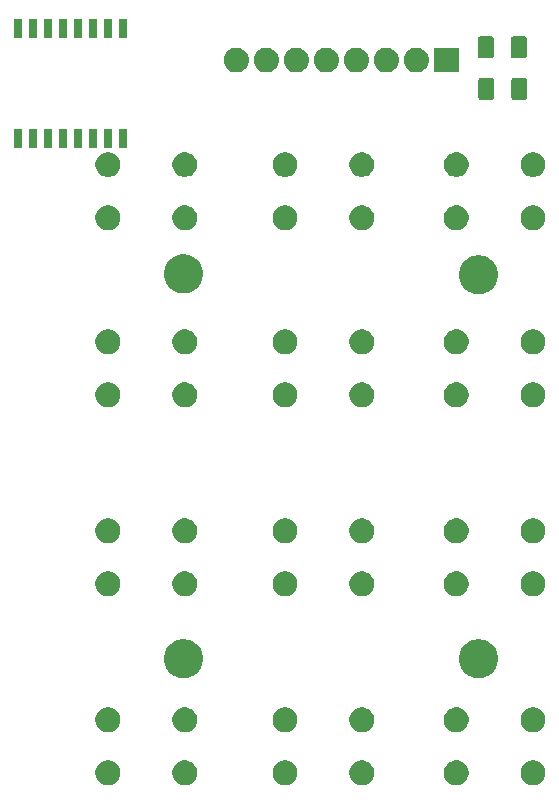
<source format=gbr>
G04 #@! TF.GenerationSoftware,KiCad,Pcbnew,5.0.2+dfsg1-1*
G04 #@! TF.CreationDate,2021-10-08T13:08:18+05:30*
G04 #@! TF.ProjectId,KEYBORD_PCB_V1,4b455942-4f52-4445-9f50-43425f56312e,rev?*
G04 #@! TF.SameCoordinates,Original*
G04 #@! TF.FileFunction,Soldermask,Bot*
G04 #@! TF.FilePolarity,Negative*
%FSLAX46Y46*%
G04 Gerber Fmt 4.6, Leading zero omitted, Abs format (unit mm)*
G04 Created by KiCad (PCBNEW 5.0.2+dfsg1-1) date Fri 08 Oct 2021 01:08:18 PM IST*
%MOMM*%
%LPD*%
G01*
G04 APERTURE LIST*
%ADD10C,0.100000*%
G04 APERTURE END LIST*
D10*
G36*
X113306565Y-99489389D02*
X113497834Y-99568615D01*
X113669976Y-99683637D01*
X113816363Y-99830024D01*
X113931385Y-100002166D01*
X114010611Y-100193435D01*
X114051000Y-100396484D01*
X114051000Y-100603516D01*
X114010611Y-100806565D01*
X113931385Y-100997834D01*
X113816363Y-101169976D01*
X113669976Y-101316363D01*
X113497834Y-101431385D01*
X113306565Y-101510611D01*
X113103516Y-101551000D01*
X112896484Y-101551000D01*
X112693435Y-101510611D01*
X112502166Y-101431385D01*
X112330024Y-101316363D01*
X112183637Y-101169976D01*
X112068615Y-100997834D01*
X111989389Y-100806565D01*
X111949000Y-100603516D01*
X111949000Y-100396484D01*
X111989389Y-100193435D01*
X112068615Y-100002166D01*
X112183637Y-99830024D01*
X112330024Y-99683637D01*
X112502166Y-99568615D01*
X112693435Y-99489389D01*
X112896484Y-99449000D01*
X113103516Y-99449000D01*
X113306565Y-99489389D01*
X113306565Y-99489389D01*
G37*
G36*
X92306565Y-99489389D02*
X92497834Y-99568615D01*
X92669976Y-99683637D01*
X92816363Y-99830024D01*
X92931385Y-100002166D01*
X93010611Y-100193435D01*
X93051000Y-100396484D01*
X93051000Y-100603516D01*
X93010611Y-100806565D01*
X92931385Y-100997834D01*
X92816363Y-101169976D01*
X92669976Y-101316363D01*
X92497834Y-101431385D01*
X92306565Y-101510611D01*
X92103516Y-101551000D01*
X91896484Y-101551000D01*
X91693435Y-101510611D01*
X91502166Y-101431385D01*
X91330024Y-101316363D01*
X91183637Y-101169976D01*
X91068615Y-100997834D01*
X90989389Y-100806565D01*
X90949000Y-100603516D01*
X90949000Y-100396484D01*
X90989389Y-100193435D01*
X91068615Y-100002166D01*
X91183637Y-99830024D01*
X91330024Y-99683637D01*
X91502166Y-99568615D01*
X91693435Y-99489389D01*
X91896484Y-99449000D01*
X92103516Y-99449000D01*
X92306565Y-99489389D01*
X92306565Y-99489389D01*
G37*
G36*
X98806565Y-99489389D02*
X98997834Y-99568615D01*
X99169976Y-99683637D01*
X99316363Y-99830024D01*
X99431385Y-100002166D01*
X99510611Y-100193435D01*
X99551000Y-100396484D01*
X99551000Y-100603516D01*
X99510611Y-100806565D01*
X99431385Y-100997834D01*
X99316363Y-101169976D01*
X99169976Y-101316363D01*
X98997834Y-101431385D01*
X98806565Y-101510611D01*
X98603516Y-101551000D01*
X98396484Y-101551000D01*
X98193435Y-101510611D01*
X98002166Y-101431385D01*
X97830024Y-101316363D01*
X97683637Y-101169976D01*
X97568615Y-100997834D01*
X97489389Y-100806565D01*
X97449000Y-100603516D01*
X97449000Y-100396484D01*
X97489389Y-100193435D01*
X97568615Y-100002166D01*
X97683637Y-99830024D01*
X97830024Y-99683637D01*
X98002166Y-99568615D01*
X98193435Y-99489389D01*
X98396484Y-99449000D01*
X98603516Y-99449000D01*
X98806565Y-99489389D01*
X98806565Y-99489389D01*
G37*
G36*
X83806565Y-99489389D02*
X83997834Y-99568615D01*
X84169976Y-99683637D01*
X84316363Y-99830024D01*
X84431385Y-100002166D01*
X84510611Y-100193435D01*
X84551000Y-100396484D01*
X84551000Y-100603516D01*
X84510611Y-100806565D01*
X84431385Y-100997834D01*
X84316363Y-101169976D01*
X84169976Y-101316363D01*
X83997834Y-101431385D01*
X83806565Y-101510611D01*
X83603516Y-101551000D01*
X83396484Y-101551000D01*
X83193435Y-101510611D01*
X83002166Y-101431385D01*
X82830024Y-101316363D01*
X82683637Y-101169976D01*
X82568615Y-100997834D01*
X82489389Y-100806565D01*
X82449000Y-100603516D01*
X82449000Y-100396484D01*
X82489389Y-100193435D01*
X82568615Y-100002166D01*
X82683637Y-99830024D01*
X82830024Y-99683637D01*
X83002166Y-99568615D01*
X83193435Y-99489389D01*
X83396484Y-99449000D01*
X83603516Y-99449000D01*
X83806565Y-99489389D01*
X83806565Y-99489389D01*
G37*
G36*
X77306565Y-99489389D02*
X77497834Y-99568615D01*
X77669976Y-99683637D01*
X77816363Y-99830024D01*
X77931385Y-100002166D01*
X78010611Y-100193435D01*
X78051000Y-100396484D01*
X78051000Y-100603516D01*
X78010611Y-100806565D01*
X77931385Y-100997834D01*
X77816363Y-101169976D01*
X77669976Y-101316363D01*
X77497834Y-101431385D01*
X77306565Y-101510611D01*
X77103516Y-101551000D01*
X76896484Y-101551000D01*
X76693435Y-101510611D01*
X76502166Y-101431385D01*
X76330024Y-101316363D01*
X76183637Y-101169976D01*
X76068615Y-100997834D01*
X75989389Y-100806565D01*
X75949000Y-100603516D01*
X75949000Y-100396484D01*
X75989389Y-100193435D01*
X76068615Y-100002166D01*
X76183637Y-99830024D01*
X76330024Y-99683637D01*
X76502166Y-99568615D01*
X76693435Y-99489389D01*
X76896484Y-99449000D01*
X77103516Y-99449000D01*
X77306565Y-99489389D01*
X77306565Y-99489389D01*
G37*
G36*
X106806565Y-99489389D02*
X106997834Y-99568615D01*
X107169976Y-99683637D01*
X107316363Y-99830024D01*
X107431385Y-100002166D01*
X107510611Y-100193435D01*
X107551000Y-100396484D01*
X107551000Y-100603516D01*
X107510611Y-100806565D01*
X107431385Y-100997834D01*
X107316363Y-101169976D01*
X107169976Y-101316363D01*
X106997834Y-101431385D01*
X106806565Y-101510611D01*
X106603516Y-101551000D01*
X106396484Y-101551000D01*
X106193435Y-101510611D01*
X106002166Y-101431385D01*
X105830024Y-101316363D01*
X105683637Y-101169976D01*
X105568615Y-100997834D01*
X105489389Y-100806565D01*
X105449000Y-100603516D01*
X105449000Y-100396484D01*
X105489389Y-100193435D01*
X105568615Y-100002166D01*
X105683637Y-99830024D01*
X105830024Y-99683637D01*
X106002166Y-99568615D01*
X106193435Y-99489389D01*
X106396484Y-99449000D01*
X106603516Y-99449000D01*
X106806565Y-99489389D01*
X106806565Y-99489389D01*
G37*
G36*
X77306565Y-94989389D02*
X77497834Y-95068615D01*
X77669976Y-95183637D01*
X77816363Y-95330024D01*
X77931385Y-95502166D01*
X78010611Y-95693435D01*
X78051000Y-95896484D01*
X78051000Y-96103516D01*
X78010611Y-96306565D01*
X77931385Y-96497834D01*
X77816363Y-96669976D01*
X77669976Y-96816363D01*
X77497834Y-96931385D01*
X77306565Y-97010611D01*
X77103516Y-97051000D01*
X76896484Y-97051000D01*
X76693435Y-97010611D01*
X76502166Y-96931385D01*
X76330024Y-96816363D01*
X76183637Y-96669976D01*
X76068615Y-96497834D01*
X75989389Y-96306565D01*
X75949000Y-96103516D01*
X75949000Y-95896484D01*
X75989389Y-95693435D01*
X76068615Y-95502166D01*
X76183637Y-95330024D01*
X76330024Y-95183637D01*
X76502166Y-95068615D01*
X76693435Y-94989389D01*
X76896484Y-94949000D01*
X77103516Y-94949000D01*
X77306565Y-94989389D01*
X77306565Y-94989389D01*
G37*
G36*
X83806565Y-94989389D02*
X83997834Y-95068615D01*
X84169976Y-95183637D01*
X84316363Y-95330024D01*
X84431385Y-95502166D01*
X84510611Y-95693435D01*
X84551000Y-95896484D01*
X84551000Y-96103516D01*
X84510611Y-96306565D01*
X84431385Y-96497834D01*
X84316363Y-96669976D01*
X84169976Y-96816363D01*
X83997834Y-96931385D01*
X83806565Y-97010611D01*
X83603516Y-97051000D01*
X83396484Y-97051000D01*
X83193435Y-97010611D01*
X83002166Y-96931385D01*
X82830024Y-96816363D01*
X82683637Y-96669976D01*
X82568615Y-96497834D01*
X82489389Y-96306565D01*
X82449000Y-96103516D01*
X82449000Y-95896484D01*
X82489389Y-95693435D01*
X82568615Y-95502166D01*
X82683637Y-95330024D01*
X82830024Y-95183637D01*
X83002166Y-95068615D01*
X83193435Y-94989389D01*
X83396484Y-94949000D01*
X83603516Y-94949000D01*
X83806565Y-94989389D01*
X83806565Y-94989389D01*
G37*
G36*
X92306565Y-94989389D02*
X92497834Y-95068615D01*
X92669976Y-95183637D01*
X92816363Y-95330024D01*
X92931385Y-95502166D01*
X93010611Y-95693435D01*
X93051000Y-95896484D01*
X93051000Y-96103516D01*
X93010611Y-96306565D01*
X92931385Y-96497834D01*
X92816363Y-96669976D01*
X92669976Y-96816363D01*
X92497834Y-96931385D01*
X92306565Y-97010611D01*
X92103516Y-97051000D01*
X91896484Y-97051000D01*
X91693435Y-97010611D01*
X91502166Y-96931385D01*
X91330024Y-96816363D01*
X91183637Y-96669976D01*
X91068615Y-96497834D01*
X90989389Y-96306565D01*
X90949000Y-96103516D01*
X90949000Y-95896484D01*
X90989389Y-95693435D01*
X91068615Y-95502166D01*
X91183637Y-95330024D01*
X91330024Y-95183637D01*
X91502166Y-95068615D01*
X91693435Y-94989389D01*
X91896484Y-94949000D01*
X92103516Y-94949000D01*
X92306565Y-94989389D01*
X92306565Y-94989389D01*
G37*
G36*
X113306565Y-94989389D02*
X113497834Y-95068615D01*
X113669976Y-95183637D01*
X113816363Y-95330024D01*
X113931385Y-95502166D01*
X114010611Y-95693435D01*
X114051000Y-95896484D01*
X114051000Y-96103516D01*
X114010611Y-96306565D01*
X113931385Y-96497834D01*
X113816363Y-96669976D01*
X113669976Y-96816363D01*
X113497834Y-96931385D01*
X113306565Y-97010611D01*
X113103516Y-97051000D01*
X112896484Y-97051000D01*
X112693435Y-97010611D01*
X112502166Y-96931385D01*
X112330024Y-96816363D01*
X112183637Y-96669976D01*
X112068615Y-96497834D01*
X111989389Y-96306565D01*
X111949000Y-96103516D01*
X111949000Y-95896484D01*
X111989389Y-95693435D01*
X112068615Y-95502166D01*
X112183637Y-95330024D01*
X112330024Y-95183637D01*
X112502166Y-95068615D01*
X112693435Y-94989389D01*
X112896484Y-94949000D01*
X113103516Y-94949000D01*
X113306565Y-94989389D01*
X113306565Y-94989389D01*
G37*
G36*
X106806565Y-94989389D02*
X106997834Y-95068615D01*
X107169976Y-95183637D01*
X107316363Y-95330024D01*
X107431385Y-95502166D01*
X107510611Y-95693435D01*
X107551000Y-95896484D01*
X107551000Y-96103516D01*
X107510611Y-96306565D01*
X107431385Y-96497834D01*
X107316363Y-96669976D01*
X107169976Y-96816363D01*
X106997834Y-96931385D01*
X106806565Y-97010611D01*
X106603516Y-97051000D01*
X106396484Y-97051000D01*
X106193435Y-97010611D01*
X106002166Y-96931385D01*
X105830024Y-96816363D01*
X105683637Y-96669976D01*
X105568615Y-96497834D01*
X105489389Y-96306565D01*
X105449000Y-96103516D01*
X105449000Y-95896484D01*
X105489389Y-95693435D01*
X105568615Y-95502166D01*
X105683637Y-95330024D01*
X105830024Y-95183637D01*
X106002166Y-95068615D01*
X106193435Y-94989389D01*
X106396484Y-94949000D01*
X106603516Y-94949000D01*
X106806565Y-94989389D01*
X106806565Y-94989389D01*
G37*
G36*
X98806565Y-94989389D02*
X98997834Y-95068615D01*
X99169976Y-95183637D01*
X99316363Y-95330024D01*
X99431385Y-95502166D01*
X99510611Y-95693435D01*
X99551000Y-95896484D01*
X99551000Y-96103516D01*
X99510611Y-96306565D01*
X99431385Y-96497834D01*
X99316363Y-96669976D01*
X99169976Y-96816363D01*
X98997834Y-96931385D01*
X98806565Y-97010611D01*
X98603516Y-97051000D01*
X98396484Y-97051000D01*
X98193435Y-97010611D01*
X98002166Y-96931385D01*
X97830024Y-96816363D01*
X97683637Y-96669976D01*
X97568615Y-96497834D01*
X97489389Y-96306565D01*
X97449000Y-96103516D01*
X97449000Y-95896484D01*
X97489389Y-95693435D01*
X97568615Y-95502166D01*
X97683637Y-95330024D01*
X97830024Y-95183637D01*
X98002166Y-95068615D01*
X98193435Y-94989389D01*
X98396484Y-94949000D01*
X98603516Y-94949000D01*
X98806565Y-94989389D01*
X98806565Y-94989389D01*
G37*
G36*
X83765256Y-89231298D02*
X83871579Y-89252447D01*
X84172042Y-89376903D01*
X84438852Y-89555180D01*
X84442454Y-89557587D01*
X84672413Y-89787546D01*
X84853098Y-90057960D01*
X84977553Y-90358422D01*
X85041000Y-90677389D01*
X85041000Y-91002611D01*
X84977553Y-91321578D01*
X84853098Y-91622040D01*
X84672413Y-91892454D01*
X84442454Y-92122413D01*
X84442451Y-92122415D01*
X84172042Y-92303097D01*
X83871579Y-92427553D01*
X83765256Y-92448702D01*
X83552611Y-92491000D01*
X83227389Y-92491000D01*
X83014744Y-92448702D01*
X82908421Y-92427553D01*
X82607958Y-92303097D01*
X82337549Y-92122415D01*
X82337546Y-92122413D01*
X82107587Y-91892454D01*
X81926902Y-91622040D01*
X81802447Y-91321578D01*
X81739000Y-91002611D01*
X81739000Y-90677389D01*
X81802447Y-90358422D01*
X81926902Y-90057960D01*
X82107587Y-89787546D01*
X82337546Y-89557587D01*
X82341148Y-89555180D01*
X82607958Y-89376903D01*
X82908421Y-89252447D01*
X83014744Y-89231298D01*
X83227389Y-89189000D01*
X83552611Y-89189000D01*
X83765256Y-89231298D01*
X83765256Y-89231298D01*
G37*
G36*
X108755256Y-89231298D02*
X108861579Y-89252447D01*
X109162042Y-89376903D01*
X109428852Y-89555180D01*
X109432454Y-89557587D01*
X109662413Y-89787546D01*
X109843098Y-90057960D01*
X109967553Y-90358422D01*
X110031000Y-90677389D01*
X110031000Y-91002611D01*
X109967553Y-91321578D01*
X109843098Y-91622040D01*
X109662413Y-91892454D01*
X109432454Y-92122413D01*
X109432451Y-92122415D01*
X109162042Y-92303097D01*
X108861579Y-92427553D01*
X108755256Y-92448702D01*
X108542611Y-92491000D01*
X108217389Y-92491000D01*
X108004744Y-92448702D01*
X107898421Y-92427553D01*
X107597958Y-92303097D01*
X107327549Y-92122415D01*
X107327546Y-92122413D01*
X107097587Y-91892454D01*
X106916902Y-91622040D01*
X106792447Y-91321578D01*
X106729000Y-91002611D01*
X106729000Y-90677389D01*
X106792447Y-90358422D01*
X106916902Y-90057960D01*
X107097587Y-89787546D01*
X107327546Y-89557587D01*
X107331148Y-89555180D01*
X107597958Y-89376903D01*
X107898421Y-89252447D01*
X108004744Y-89231298D01*
X108217389Y-89189000D01*
X108542611Y-89189000D01*
X108755256Y-89231298D01*
X108755256Y-89231298D01*
G37*
G36*
X106806565Y-83489389D02*
X106997834Y-83568615D01*
X107169976Y-83683637D01*
X107316363Y-83830024D01*
X107431385Y-84002166D01*
X107510611Y-84193435D01*
X107551000Y-84396484D01*
X107551000Y-84603516D01*
X107510611Y-84806565D01*
X107431385Y-84997834D01*
X107316363Y-85169976D01*
X107169976Y-85316363D01*
X106997834Y-85431385D01*
X106806565Y-85510611D01*
X106603516Y-85551000D01*
X106396484Y-85551000D01*
X106193435Y-85510611D01*
X106002166Y-85431385D01*
X105830024Y-85316363D01*
X105683637Y-85169976D01*
X105568615Y-84997834D01*
X105489389Y-84806565D01*
X105449000Y-84603516D01*
X105449000Y-84396484D01*
X105489389Y-84193435D01*
X105568615Y-84002166D01*
X105683637Y-83830024D01*
X105830024Y-83683637D01*
X106002166Y-83568615D01*
X106193435Y-83489389D01*
X106396484Y-83449000D01*
X106603516Y-83449000D01*
X106806565Y-83489389D01*
X106806565Y-83489389D01*
G37*
G36*
X113306565Y-83489389D02*
X113497834Y-83568615D01*
X113669976Y-83683637D01*
X113816363Y-83830024D01*
X113931385Y-84002166D01*
X114010611Y-84193435D01*
X114051000Y-84396484D01*
X114051000Y-84603516D01*
X114010611Y-84806565D01*
X113931385Y-84997834D01*
X113816363Y-85169976D01*
X113669976Y-85316363D01*
X113497834Y-85431385D01*
X113306565Y-85510611D01*
X113103516Y-85551000D01*
X112896484Y-85551000D01*
X112693435Y-85510611D01*
X112502166Y-85431385D01*
X112330024Y-85316363D01*
X112183637Y-85169976D01*
X112068615Y-84997834D01*
X111989389Y-84806565D01*
X111949000Y-84603516D01*
X111949000Y-84396484D01*
X111989389Y-84193435D01*
X112068615Y-84002166D01*
X112183637Y-83830024D01*
X112330024Y-83683637D01*
X112502166Y-83568615D01*
X112693435Y-83489389D01*
X112896484Y-83449000D01*
X113103516Y-83449000D01*
X113306565Y-83489389D01*
X113306565Y-83489389D01*
G37*
G36*
X98806565Y-83489389D02*
X98997834Y-83568615D01*
X99169976Y-83683637D01*
X99316363Y-83830024D01*
X99431385Y-84002166D01*
X99510611Y-84193435D01*
X99551000Y-84396484D01*
X99551000Y-84603516D01*
X99510611Y-84806565D01*
X99431385Y-84997834D01*
X99316363Y-85169976D01*
X99169976Y-85316363D01*
X98997834Y-85431385D01*
X98806565Y-85510611D01*
X98603516Y-85551000D01*
X98396484Y-85551000D01*
X98193435Y-85510611D01*
X98002166Y-85431385D01*
X97830024Y-85316363D01*
X97683637Y-85169976D01*
X97568615Y-84997834D01*
X97489389Y-84806565D01*
X97449000Y-84603516D01*
X97449000Y-84396484D01*
X97489389Y-84193435D01*
X97568615Y-84002166D01*
X97683637Y-83830024D01*
X97830024Y-83683637D01*
X98002166Y-83568615D01*
X98193435Y-83489389D01*
X98396484Y-83449000D01*
X98603516Y-83449000D01*
X98806565Y-83489389D01*
X98806565Y-83489389D01*
G37*
G36*
X92306565Y-83489389D02*
X92497834Y-83568615D01*
X92669976Y-83683637D01*
X92816363Y-83830024D01*
X92931385Y-84002166D01*
X93010611Y-84193435D01*
X93051000Y-84396484D01*
X93051000Y-84603516D01*
X93010611Y-84806565D01*
X92931385Y-84997834D01*
X92816363Y-85169976D01*
X92669976Y-85316363D01*
X92497834Y-85431385D01*
X92306565Y-85510611D01*
X92103516Y-85551000D01*
X91896484Y-85551000D01*
X91693435Y-85510611D01*
X91502166Y-85431385D01*
X91330024Y-85316363D01*
X91183637Y-85169976D01*
X91068615Y-84997834D01*
X90989389Y-84806565D01*
X90949000Y-84603516D01*
X90949000Y-84396484D01*
X90989389Y-84193435D01*
X91068615Y-84002166D01*
X91183637Y-83830024D01*
X91330024Y-83683637D01*
X91502166Y-83568615D01*
X91693435Y-83489389D01*
X91896484Y-83449000D01*
X92103516Y-83449000D01*
X92306565Y-83489389D01*
X92306565Y-83489389D01*
G37*
G36*
X83806565Y-83489389D02*
X83997834Y-83568615D01*
X84169976Y-83683637D01*
X84316363Y-83830024D01*
X84431385Y-84002166D01*
X84510611Y-84193435D01*
X84551000Y-84396484D01*
X84551000Y-84603516D01*
X84510611Y-84806565D01*
X84431385Y-84997834D01*
X84316363Y-85169976D01*
X84169976Y-85316363D01*
X83997834Y-85431385D01*
X83806565Y-85510611D01*
X83603516Y-85551000D01*
X83396484Y-85551000D01*
X83193435Y-85510611D01*
X83002166Y-85431385D01*
X82830024Y-85316363D01*
X82683637Y-85169976D01*
X82568615Y-84997834D01*
X82489389Y-84806565D01*
X82449000Y-84603516D01*
X82449000Y-84396484D01*
X82489389Y-84193435D01*
X82568615Y-84002166D01*
X82683637Y-83830024D01*
X82830024Y-83683637D01*
X83002166Y-83568615D01*
X83193435Y-83489389D01*
X83396484Y-83449000D01*
X83603516Y-83449000D01*
X83806565Y-83489389D01*
X83806565Y-83489389D01*
G37*
G36*
X77306565Y-83489389D02*
X77497834Y-83568615D01*
X77669976Y-83683637D01*
X77816363Y-83830024D01*
X77931385Y-84002166D01*
X78010611Y-84193435D01*
X78051000Y-84396484D01*
X78051000Y-84603516D01*
X78010611Y-84806565D01*
X77931385Y-84997834D01*
X77816363Y-85169976D01*
X77669976Y-85316363D01*
X77497834Y-85431385D01*
X77306565Y-85510611D01*
X77103516Y-85551000D01*
X76896484Y-85551000D01*
X76693435Y-85510611D01*
X76502166Y-85431385D01*
X76330024Y-85316363D01*
X76183637Y-85169976D01*
X76068615Y-84997834D01*
X75989389Y-84806565D01*
X75949000Y-84603516D01*
X75949000Y-84396484D01*
X75989389Y-84193435D01*
X76068615Y-84002166D01*
X76183637Y-83830024D01*
X76330024Y-83683637D01*
X76502166Y-83568615D01*
X76693435Y-83489389D01*
X76896484Y-83449000D01*
X77103516Y-83449000D01*
X77306565Y-83489389D01*
X77306565Y-83489389D01*
G37*
G36*
X113306565Y-78989389D02*
X113497834Y-79068615D01*
X113669976Y-79183637D01*
X113816363Y-79330024D01*
X113931385Y-79502166D01*
X114010611Y-79693435D01*
X114051000Y-79896484D01*
X114051000Y-80103516D01*
X114010611Y-80306565D01*
X113931385Y-80497834D01*
X113816363Y-80669976D01*
X113669976Y-80816363D01*
X113497834Y-80931385D01*
X113306565Y-81010611D01*
X113103516Y-81051000D01*
X112896484Y-81051000D01*
X112693435Y-81010611D01*
X112502166Y-80931385D01*
X112330024Y-80816363D01*
X112183637Y-80669976D01*
X112068615Y-80497834D01*
X111989389Y-80306565D01*
X111949000Y-80103516D01*
X111949000Y-79896484D01*
X111989389Y-79693435D01*
X112068615Y-79502166D01*
X112183637Y-79330024D01*
X112330024Y-79183637D01*
X112502166Y-79068615D01*
X112693435Y-78989389D01*
X112896484Y-78949000D01*
X113103516Y-78949000D01*
X113306565Y-78989389D01*
X113306565Y-78989389D01*
G37*
G36*
X98806565Y-78989389D02*
X98997834Y-79068615D01*
X99169976Y-79183637D01*
X99316363Y-79330024D01*
X99431385Y-79502166D01*
X99510611Y-79693435D01*
X99551000Y-79896484D01*
X99551000Y-80103516D01*
X99510611Y-80306565D01*
X99431385Y-80497834D01*
X99316363Y-80669976D01*
X99169976Y-80816363D01*
X98997834Y-80931385D01*
X98806565Y-81010611D01*
X98603516Y-81051000D01*
X98396484Y-81051000D01*
X98193435Y-81010611D01*
X98002166Y-80931385D01*
X97830024Y-80816363D01*
X97683637Y-80669976D01*
X97568615Y-80497834D01*
X97489389Y-80306565D01*
X97449000Y-80103516D01*
X97449000Y-79896484D01*
X97489389Y-79693435D01*
X97568615Y-79502166D01*
X97683637Y-79330024D01*
X97830024Y-79183637D01*
X98002166Y-79068615D01*
X98193435Y-78989389D01*
X98396484Y-78949000D01*
X98603516Y-78949000D01*
X98806565Y-78989389D01*
X98806565Y-78989389D01*
G37*
G36*
X92306565Y-78989389D02*
X92497834Y-79068615D01*
X92669976Y-79183637D01*
X92816363Y-79330024D01*
X92931385Y-79502166D01*
X93010611Y-79693435D01*
X93051000Y-79896484D01*
X93051000Y-80103516D01*
X93010611Y-80306565D01*
X92931385Y-80497834D01*
X92816363Y-80669976D01*
X92669976Y-80816363D01*
X92497834Y-80931385D01*
X92306565Y-81010611D01*
X92103516Y-81051000D01*
X91896484Y-81051000D01*
X91693435Y-81010611D01*
X91502166Y-80931385D01*
X91330024Y-80816363D01*
X91183637Y-80669976D01*
X91068615Y-80497834D01*
X90989389Y-80306565D01*
X90949000Y-80103516D01*
X90949000Y-79896484D01*
X90989389Y-79693435D01*
X91068615Y-79502166D01*
X91183637Y-79330024D01*
X91330024Y-79183637D01*
X91502166Y-79068615D01*
X91693435Y-78989389D01*
X91896484Y-78949000D01*
X92103516Y-78949000D01*
X92306565Y-78989389D01*
X92306565Y-78989389D01*
G37*
G36*
X83806565Y-78989389D02*
X83997834Y-79068615D01*
X84169976Y-79183637D01*
X84316363Y-79330024D01*
X84431385Y-79502166D01*
X84510611Y-79693435D01*
X84551000Y-79896484D01*
X84551000Y-80103516D01*
X84510611Y-80306565D01*
X84431385Y-80497834D01*
X84316363Y-80669976D01*
X84169976Y-80816363D01*
X83997834Y-80931385D01*
X83806565Y-81010611D01*
X83603516Y-81051000D01*
X83396484Y-81051000D01*
X83193435Y-81010611D01*
X83002166Y-80931385D01*
X82830024Y-80816363D01*
X82683637Y-80669976D01*
X82568615Y-80497834D01*
X82489389Y-80306565D01*
X82449000Y-80103516D01*
X82449000Y-79896484D01*
X82489389Y-79693435D01*
X82568615Y-79502166D01*
X82683637Y-79330024D01*
X82830024Y-79183637D01*
X83002166Y-79068615D01*
X83193435Y-78989389D01*
X83396484Y-78949000D01*
X83603516Y-78949000D01*
X83806565Y-78989389D01*
X83806565Y-78989389D01*
G37*
G36*
X106806565Y-78989389D02*
X106997834Y-79068615D01*
X107169976Y-79183637D01*
X107316363Y-79330024D01*
X107431385Y-79502166D01*
X107510611Y-79693435D01*
X107551000Y-79896484D01*
X107551000Y-80103516D01*
X107510611Y-80306565D01*
X107431385Y-80497834D01*
X107316363Y-80669976D01*
X107169976Y-80816363D01*
X106997834Y-80931385D01*
X106806565Y-81010611D01*
X106603516Y-81051000D01*
X106396484Y-81051000D01*
X106193435Y-81010611D01*
X106002166Y-80931385D01*
X105830024Y-80816363D01*
X105683637Y-80669976D01*
X105568615Y-80497834D01*
X105489389Y-80306565D01*
X105449000Y-80103516D01*
X105449000Y-79896484D01*
X105489389Y-79693435D01*
X105568615Y-79502166D01*
X105683637Y-79330024D01*
X105830024Y-79183637D01*
X106002166Y-79068615D01*
X106193435Y-78989389D01*
X106396484Y-78949000D01*
X106603516Y-78949000D01*
X106806565Y-78989389D01*
X106806565Y-78989389D01*
G37*
G36*
X77306565Y-78989389D02*
X77497834Y-79068615D01*
X77669976Y-79183637D01*
X77816363Y-79330024D01*
X77931385Y-79502166D01*
X78010611Y-79693435D01*
X78051000Y-79896484D01*
X78051000Y-80103516D01*
X78010611Y-80306565D01*
X77931385Y-80497834D01*
X77816363Y-80669976D01*
X77669976Y-80816363D01*
X77497834Y-80931385D01*
X77306565Y-81010611D01*
X77103516Y-81051000D01*
X76896484Y-81051000D01*
X76693435Y-81010611D01*
X76502166Y-80931385D01*
X76330024Y-80816363D01*
X76183637Y-80669976D01*
X76068615Y-80497834D01*
X75989389Y-80306565D01*
X75949000Y-80103516D01*
X75949000Y-79896484D01*
X75989389Y-79693435D01*
X76068615Y-79502166D01*
X76183637Y-79330024D01*
X76330024Y-79183637D01*
X76502166Y-79068615D01*
X76693435Y-78989389D01*
X76896484Y-78949000D01*
X77103516Y-78949000D01*
X77306565Y-78989389D01*
X77306565Y-78989389D01*
G37*
G36*
X83806565Y-67489389D02*
X83997834Y-67568615D01*
X84169976Y-67683637D01*
X84316363Y-67830024D01*
X84431385Y-68002166D01*
X84510611Y-68193435D01*
X84551000Y-68396484D01*
X84551000Y-68603516D01*
X84510611Y-68806565D01*
X84431385Y-68997834D01*
X84316363Y-69169976D01*
X84169976Y-69316363D01*
X83997834Y-69431385D01*
X83806565Y-69510611D01*
X83603516Y-69551000D01*
X83396484Y-69551000D01*
X83193435Y-69510611D01*
X83002166Y-69431385D01*
X82830024Y-69316363D01*
X82683637Y-69169976D01*
X82568615Y-68997834D01*
X82489389Y-68806565D01*
X82449000Y-68603516D01*
X82449000Y-68396484D01*
X82489389Y-68193435D01*
X82568615Y-68002166D01*
X82683637Y-67830024D01*
X82830024Y-67683637D01*
X83002166Y-67568615D01*
X83193435Y-67489389D01*
X83396484Y-67449000D01*
X83603516Y-67449000D01*
X83806565Y-67489389D01*
X83806565Y-67489389D01*
G37*
G36*
X92306565Y-67489389D02*
X92497834Y-67568615D01*
X92669976Y-67683637D01*
X92816363Y-67830024D01*
X92931385Y-68002166D01*
X93010611Y-68193435D01*
X93051000Y-68396484D01*
X93051000Y-68603516D01*
X93010611Y-68806565D01*
X92931385Y-68997834D01*
X92816363Y-69169976D01*
X92669976Y-69316363D01*
X92497834Y-69431385D01*
X92306565Y-69510611D01*
X92103516Y-69551000D01*
X91896484Y-69551000D01*
X91693435Y-69510611D01*
X91502166Y-69431385D01*
X91330024Y-69316363D01*
X91183637Y-69169976D01*
X91068615Y-68997834D01*
X90989389Y-68806565D01*
X90949000Y-68603516D01*
X90949000Y-68396484D01*
X90989389Y-68193435D01*
X91068615Y-68002166D01*
X91183637Y-67830024D01*
X91330024Y-67683637D01*
X91502166Y-67568615D01*
X91693435Y-67489389D01*
X91896484Y-67449000D01*
X92103516Y-67449000D01*
X92306565Y-67489389D01*
X92306565Y-67489389D01*
G37*
G36*
X98806565Y-67489389D02*
X98997834Y-67568615D01*
X99169976Y-67683637D01*
X99316363Y-67830024D01*
X99431385Y-68002166D01*
X99510611Y-68193435D01*
X99551000Y-68396484D01*
X99551000Y-68603516D01*
X99510611Y-68806565D01*
X99431385Y-68997834D01*
X99316363Y-69169976D01*
X99169976Y-69316363D01*
X98997834Y-69431385D01*
X98806565Y-69510611D01*
X98603516Y-69551000D01*
X98396484Y-69551000D01*
X98193435Y-69510611D01*
X98002166Y-69431385D01*
X97830024Y-69316363D01*
X97683637Y-69169976D01*
X97568615Y-68997834D01*
X97489389Y-68806565D01*
X97449000Y-68603516D01*
X97449000Y-68396484D01*
X97489389Y-68193435D01*
X97568615Y-68002166D01*
X97683637Y-67830024D01*
X97830024Y-67683637D01*
X98002166Y-67568615D01*
X98193435Y-67489389D01*
X98396484Y-67449000D01*
X98603516Y-67449000D01*
X98806565Y-67489389D01*
X98806565Y-67489389D01*
G37*
G36*
X77306565Y-67489389D02*
X77497834Y-67568615D01*
X77669976Y-67683637D01*
X77816363Y-67830024D01*
X77931385Y-68002166D01*
X78010611Y-68193435D01*
X78051000Y-68396484D01*
X78051000Y-68603516D01*
X78010611Y-68806565D01*
X77931385Y-68997834D01*
X77816363Y-69169976D01*
X77669976Y-69316363D01*
X77497834Y-69431385D01*
X77306565Y-69510611D01*
X77103516Y-69551000D01*
X76896484Y-69551000D01*
X76693435Y-69510611D01*
X76502166Y-69431385D01*
X76330024Y-69316363D01*
X76183637Y-69169976D01*
X76068615Y-68997834D01*
X75989389Y-68806565D01*
X75949000Y-68603516D01*
X75949000Y-68396484D01*
X75989389Y-68193435D01*
X76068615Y-68002166D01*
X76183637Y-67830024D01*
X76330024Y-67683637D01*
X76502166Y-67568615D01*
X76693435Y-67489389D01*
X76896484Y-67449000D01*
X77103516Y-67449000D01*
X77306565Y-67489389D01*
X77306565Y-67489389D01*
G37*
G36*
X106806565Y-67489389D02*
X106997834Y-67568615D01*
X107169976Y-67683637D01*
X107316363Y-67830024D01*
X107431385Y-68002166D01*
X107510611Y-68193435D01*
X107551000Y-68396484D01*
X107551000Y-68603516D01*
X107510611Y-68806565D01*
X107431385Y-68997834D01*
X107316363Y-69169976D01*
X107169976Y-69316363D01*
X106997834Y-69431385D01*
X106806565Y-69510611D01*
X106603516Y-69551000D01*
X106396484Y-69551000D01*
X106193435Y-69510611D01*
X106002166Y-69431385D01*
X105830024Y-69316363D01*
X105683637Y-69169976D01*
X105568615Y-68997834D01*
X105489389Y-68806565D01*
X105449000Y-68603516D01*
X105449000Y-68396484D01*
X105489389Y-68193435D01*
X105568615Y-68002166D01*
X105683637Y-67830024D01*
X105830024Y-67683637D01*
X106002166Y-67568615D01*
X106193435Y-67489389D01*
X106396484Y-67449000D01*
X106603516Y-67449000D01*
X106806565Y-67489389D01*
X106806565Y-67489389D01*
G37*
G36*
X113306565Y-67489389D02*
X113497834Y-67568615D01*
X113669976Y-67683637D01*
X113816363Y-67830024D01*
X113931385Y-68002166D01*
X114010611Y-68193435D01*
X114051000Y-68396484D01*
X114051000Y-68603516D01*
X114010611Y-68806565D01*
X113931385Y-68997834D01*
X113816363Y-69169976D01*
X113669976Y-69316363D01*
X113497834Y-69431385D01*
X113306565Y-69510611D01*
X113103516Y-69551000D01*
X112896484Y-69551000D01*
X112693435Y-69510611D01*
X112502166Y-69431385D01*
X112330024Y-69316363D01*
X112183637Y-69169976D01*
X112068615Y-68997834D01*
X111989389Y-68806565D01*
X111949000Y-68603516D01*
X111949000Y-68396484D01*
X111989389Y-68193435D01*
X112068615Y-68002166D01*
X112183637Y-67830024D01*
X112330024Y-67683637D01*
X112502166Y-67568615D01*
X112693435Y-67489389D01*
X112896484Y-67449000D01*
X113103516Y-67449000D01*
X113306565Y-67489389D01*
X113306565Y-67489389D01*
G37*
G36*
X92306565Y-62989389D02*
X92497834Y-63068615D01*
X92669976Y-63183637D01*
X92816363Y-63330024D01*
X92931385Y-63502166D01*
X93010611Y-63693435D01*
X93051000Y-63896484D01*
X93051000Y-64103516D01*
X93010611Y-64306565D01*
X92931385Y-64497834D01*
X92816363Y-64669976D01*
X92669976Y-64816363D01*
X92497834Y-64931385D01*
X92306565Y-65010611D01*
X92103516Y-65051000D01*
X91896484Y-65051000D01*
X91693435Y-65010611D01*
X91502166Y-64931385D01*
X91330024Y-64816363D01*
X91183637Y-64669976D01*
X91068615Y-64497834D01*
X90989389Y-64306565D01*
X90949000Y-64103516D01*
X90949000Y-63896484D01*
X90989389Y-63693435D01*
X91068615Y-63502166D01*
X91183637Y-63330024D01*
X91330024Y-63183637D01*
X91502166Y-63068615D01*
X91693435Y-62989389D01*
X91896484Y-62949000D01*
X92103516Y-62949000D01*
X92306565Y-62989389D01*
X92306565Y-62989389D01*
G37*
G36*
X113306565Y-62989389D02*
X113497834Y-63068615D01*
X113669976Y-63183637D01*
X113816363Y-63330024D01*
X113931385Y-63502166D01*
X114010611Y-63693435D01*
X114051000Y-63896484D01*
X114051000Y-64103516D01*
X114010611Y-64306565D01*
X113931385Y-64497834D01*
X113816363Y-64669976D01*
X113669976Y-64816363D01*
X113497834Y-64931385D01*
X113306565Y-65010611D01*
X113103516Y-65051000D01*
X112896484Y-65051000D01*
X112693435Y-65010611D01*
X112502166Y-64931385D01*
X112330024Y-64816363D01*
X112183637Y-64669976D01*
X112068615Y-64497834D01*
X111989389Y-64306565D01*
X111949000Y-64103516D01*
X111949000Y-63896484D01*
X111989389Y-63693435D01*
X112068615Y-63502166D01*
X112183637Y-63330024D01*
X112330024Y-63183637D01*
X112502166Y-63068615D01*
X112693435Y-62989389D01*
X112896484Y-62949000D01*
X113103516Y-62949000D01*
X113306565Y-62989389D01*
X113306565Y-62989389D01*
G37*
G36*
X106806565Y-62989389D02*
X106997834Y-63068615D01*
X107169976Y-63183637D01*
X107316363Y-63330024D01*
X107431385Y-63502166D01*
X107510611Y-63693435D01*
X107551000Y-63896484D01*
X107551000Y-64103516D01*
X107510611Y-64306565D01*
X107431385Y-64497834D01*
X107316363Y-64669976D01*
X107169976Y-64816363D01*
X106997834Y-64931385D01*
X106806565Y-65010611D01*
X106603516Y-65051000D01*
X106396484Y-65051000D01*
X106193435Y-65010611D01*
X106002166Y-64931385D01*
X105830024Y-64816363D01*
X105683637Y-64669976D01*
X105568615Y-64497834D01*
X105489389Y-64306565D01*
X105449000Y-64103516D01*
X105449000Y-63896484D01*
X105489389Y-63693435D01*
X105568615Y-63502166D01*
X105683637Y-63330024D01*
X105830024Y-63183637D01*
X106002166Y-63068615D01*
X106193435Y-62989389D01*
X106396484Y-62949000D01*
X106603516Y-62949000D01*
X106806565Y-62989389D01*
X106806565Y-62989389D01*
G37*
G36*
X83806565Y-62989389D02*
X83997834Y-63068615D01*
X84169976Y-63183637D01*
X84316363Y-63330024D01*
X84431385Y-63502166D01*
X84510611Y-63693435D01*
X84551000Y-63896484D01*
X84551000Y-64103516D01*
X84510611Y-64306565D01*
X84431385Y-64497834D01*
X84316363Y-64669976D01*
X84169976Y-64816363D01*
X83997834Y-64931385D01*
X83806565Y-65010611D01*
X83603516Y-65051000D01*
X83396484Y-65051000D01*
X83193435Y-65010611D01*
X83002166Y-64931385D01*
X82830024Y-64816363D01*
X82683637Y-64669976D01*
X82568615Y-64497834D01*
X82489389Y-64306565D01*
X82449000Y-64103516D01*
X82449000Y-63896484D01*
X82489389Y-63693435D01*
X82568615Y-63502166D01*
X82683637Y-63330024D01*
X82830024Y-63183637D01*
X83002166Y-63068615D01*
X83193435Y-62989389D01*
X83396484Y-62949000D01*
X83603516Y-62949000D01*
X83806565Y-62989389D01*
X83806565Y-62989389D01*
G37*
G36*
X98806565Y-62989389D02*
X98997834Y-63068615D01*
X99169976Y-63183637D01*
X99316363Y-63330024D01*
X99431385Y-63502166D01*
X99510611Y-63693435D01*
X99551000Y-63896484D01*
X99551000Y-64103516D01*
X99510611Y-64306565D01*
X99431385Y-64497834D01*
X99316363Y-64669976D01*
X99169976Y-64816363D01*
X98997834Y-64931385D01*
X98806565Y-65010611D01*
X98603516Y-65051000D01*
X98396484Y-65051000D01*
X98193435Y-65010611D01*
X98002166Y-64931385D01*
X97830024Y-64816363D01*
X97683637Y-64669976D01*
X97568615Y-64497834D01*
X97489389Y-64306565D01*
X97449000Y-64103516D01*
X97449000Y-63896484D01*
X97489389Y-63693435D01*
X97568615Y-63502166D01*
X97683637Y-63330024D01*
X97830024Y-63183637D01*
X98002166Y-63068615D01*
X98193435Y-62989389D01*
X98396484Y-62949000D01*
X98603516Y-62949000D01*
X98806565Y-62989389D01*
X98806565Y-62989389D01*
G37*
G36*
X77306565Y-62989389D02*
X77497834Y-63068615D01*
X77669976Y-63183637D01*
X77816363Y-63330024D01*
X77931385Y-63502166D01*
X78010611Y-63693435D01*
X78051000Y-63896484D01*
X78051000Y-64103516D01*
X78010611Y-64306565D01*
X77931385Y-64497834D01*
X77816363Y-64669976D01*
X77669976Y-64816363D01*
X77497834Y-64931385D01*
X77306565Y-65010611D01*
X77103516Y-65051000D01*
X76896484Y-65051000D01*
X76693435Y-65010611D01*
X76502166Y-64931385D01*
X76330024Y-64816363D01*
X76183637Y-64669976D01*
X76068615Y-64497834D01*
X75989389Y-64306565D01*
X75949000Y-64103516D01*
X75949000Y-63896484D01*
X75989389Y-63693435D01*
X76068615Y-63502166D01*
X76183637Y-63330024D01*
X76330024Y-63183637D01*
X76502166Y-63068615D01*
X76693435Y-62989389D01*
X76896484Y-62949000D01*
X77103516Y-62949000D01*
X77306565Y-62989389D01*
X77306565Y-62989389D01*
G37*
G36*
X108755256Y-56721298D02*
X108861579Y-56742447D01*
X109162042Y-56866903D01*
X109312723Y-56967585D01*
X109432454Y-57047587D01*
X109662413Y-57277546D01*
X109662415Y-57277549D01*
X109789643Y-57467958D01*
X109843098Y-57547960D01*
X109967553Y-57848422D01*
X110031000Y-58167389D01*
X110031000Y-58492611D01*
X109967553Y-58811578D01*
X109843098Y-59112040D01*
X109662413Y-59382454D01*
X109432454Y-59612413D01*
X109432451Y-59612415D01*
X109162042Y-59793097D01*
X108861579Y-59917553D01*
X108755256Y-59938702D01*
X108542611Y-59981000D01*
X108217389Y-59981000D01*
X108004744Y-59938702D01*
X107898421Y-59917553D01*
X107597958Y-59793097D01*
X107327549Y-59612415D01*
X107327546Y-59612413D01*
X107097587Y-59382454D01*
X106916902Y-59112040D01*
X106792447Y-58811578D01*
X106729000Y-58492611D01*
X106729000Y-58167389D01*
X106792447Y-57848422D01*
X106916902Y-57547960D01*
X106970358Y-57467958D01*
X107097585Y-57277549D01*
X107097587Y-57277546D01*
X107327546Y-57047587D01*
X107447277Y-56967585D01*
X107597958Y-56866903D01*
X107898421Y-56742447D01*
X108004744Y-56721298D01*
X108217389Y-56679000D01*
X108542611Y-56679000D01*
X108755256Y-56721298D01*
X108755256Y-56721298D01*
G37*
G36*
X83765256Y-56641298D02*
X83871579Y-56662447D01*
X84172042Y-56786903D01*
X84291770Y-56866903D01*
X84442454Y-56967587D01*
X84672413Y-57197546D01*
X84672415Y-57197549D01*
X84853097Y-57467958D01*
X84977553Y-57768421D01*
X85041000Y-58087391D01*
X85041000Y-58412609D01*
X84977553Y-58731579D01*
X84853097Y-59032042D01*
X84674820Y-59298852D01*
X84672413Y-59302454D01*
X84442454Y-59532413D01*
X84442451Y-59532415D01*
X84172042Y-59713097D01*
X83871579Y-59837553D01*
X83765256Y-59858702D01*
X83552611Y-59901000D01*
X83227389Y-59901000D01*
X83014744Y-59858702D01*
X82908421Y-59837553D01*
X82607958Y-59713097D01*
X82337549Y-59532415D01*
X82337546Y-59532413D01*
X82107587Y-59302454D01*
X82105180Y-59298852D01*
X81926903Y-59032042D01*
X81802447Y-58731579D01*
X81739000Y-58412609D01*
X81739000Y-58087391D01*
X81802447Y-57768421D01*
X81926903Y-57467958D01*
X82107585Y-57197549D01*
X82107587Y-57197546D01*
X82337546Y-56967587D01*
X82488230Y-56866903D01*
X82607958Y-56786903D01*
X82908421Y-56662447D01*
X83014744Y-56641298D01*
X83227389Y-56599000D01*
X83552611Y-56599000D01*
X83765256Y-56641298D01*
X83765256Y-56641298D01*
G37*
G36*
X92306565Y-52489389D02*
X92497834Y-52568615D01*
X92669976Y-52683637D01*
X92816363Y-52830024D01*
X92931385Y-53002166D01*
X93010611Y-53193435D01*
X93051000Y-53396484D01*
X93051000Y-53603516D01*
X93010611Y-53806565D01*
X92931385Y-53997834D01*
X92816363Y-54169976D01*
X92669976Y-54316363D01*
X92497834Y-54431385D01*
X92306565Y-54510611D01*
X92103516Y-54551000D01*
X91896484Y-54551000D01*
X91693435Y-54510611D01*
X91502166Y-54431385D01*
X91330024Y-54316363D01*
X91183637Y-54169976D01*
X91068615Y-53997834D01*
X90989389Y-53806565D01*
X90949000Y-53603516D01*
X90949000Y-53396484D01*
X90989389Y-53193435D01*
X91068615Y-53002166D01*
X91183637Y-52830024D01*
X91330024Y-52683637D01*
X91502166Y-52568615D01*
X91693435Y-52489389D01*
X91896484Y-52449000D01*
X92103516Y-52449000D01*
X92306565Y-52489389D01*
X92306565Y-52489389D01*
G37*
G36*
X98806565Y-52489389D02*
X98997834Y-52568615D01*
X99169976Y-52683637D01*
X99316363Y-52830024D01*
X99431385Y-53002166D01*
X99510611Y-53193435D01*
X99551000Y-53396484D01*
X99551000Y-53603516D01*
X99510611Y-53806565D01*
X99431385Y-53997834D01*
X99316363Y-54169976D01*
X99169976Y-54316363D01*
X98997834Y-54431385D01*
X98806565Y-54510611D01*
X98603516Y-54551000D01*
X98396484Y-54551000D01*
X98193435Y-54510611D01*
X98002166Y-54431385D01*
X97830024Y-54316363D01*
X97683637Y-54169976D01*
X97568615Y-53997834D01*
X97489389Y-53806565D01*
X97449000Y-53603516D01*
X97449000Y-53396484D01*
X97489389Y-53193435D01*
X97568615Y-53002166D01*
X97683637Y-52830024D01*
X97830024Y-52683637D01*
X98002166Y-52568615D01*
X98193435Y-52489389D01*
X98396484Y-52449000D01*
X98603516Y-52449000D01*
X98806565Y-52489389D01*
X98806565Y-52489389D01*
G37*
G36*
X113306565Y-52489389D02*
X113497834Y-52568615D01*
X113669976Y-52683637D01*
X113816363Y-52830024D01*
X113931385Y-53002166D01*
X114010611Y-53193435D01*
X114051000Y-53396484D01*
X114051000Y-53603516D01*
X114010611Y-53806565D01*
X113931385Y-53997834D01*
X113816363Y-54169976D01*
X113669976Y-54316363D01*
X113497834Y-54431385D01*
X113306565Y-54510611D01*
X113103516Y-54551000D01*
X112896484Y-54551000D01*
X112693435Y-54510611D01*
X112502166Y-54431385D01*
X112330024Y-54316363D01*
X112183637Y-54169976D01*
X112068615Y-53997834D01*
X111989389Y-53806565D01*
X111949000Y-53603516D01*
X111949000Y-53396484D01*
X111989389Y-53193435D01*
X112068615Y-53002166D01*
X112183637Y-52830024D01*
X112330024Y-52683637D01*
X112502166Y-52568615D01*
X112693435Y-52489389D01*
X112896484Y-52449000D01*
X113103516Y-52449000D01*
X113306565Y-52489389D01*
X113306565Y-52489389D01*
G37*
G36*
X83806565Y-52489389D02*
X83997834Y-52568615D01*
X84169976Y-52683637D01*
X84316363Y-52830024D01*
X84431385Y-53002166D01*
X84510611Y-53193435D01*
X84551000Y-53396484D01*
X84551000Y-53603516D01*
X84510611Y-53806565D01*
X84431385Y-53997834D01*
X84316363Y-54169976D01*
X84169976Y-54316363D01*
X83997834Y-54431385D01*
X83806565Y-54510611D01*
X83603516Y-54551000D01*
X83396484Y-54551000D01*
X83193435Y-54510611D01*
X83002166Y-54431385D01*
X82830024Y-54316363D01*
X82683637Y-54169976D01*
X82568615Y-53997834D01*
X82489389Y-53806565D01*
X82449000Y-53603516D01*
X82449000Y-53396484D01*
X82489389Y-53193435D01*
X82568615Y-53002166D01*
X82683637Y-52830024D01*
X82830024Y-52683637D01*
X83002166Y-52568615D01*
X83193435Y-52489389D01*
X83396484Y-52449000D01*
X83603516Y-52449000D01*
X83806565Y-52489389D01*
X83806565Y-52489389D01*
G37*
G36*
X106806565Y-52489389D02*
X106997834Y-52568615D01*
X107169976Y-52683637D01*
X107316363Y-52830024D01*
X107431385Y-53002166D01*
X107510611Y-53193435D01*
X107551000Y-53396484D01*
X107551000Y-53603516D01*
X107510611Y-53806565D01*
X107431385Y-53997834D01*
X107316363Y-54169976D01*
X107169976Y-54316363D01*
X106997834Y-54431385D01*
X106806565Y-54510611D01*
X106603516Y-54551000D01*
X106396484Y-54551000D01*
X106193435Y-54510611D01*
X106002166Y-54431385D01*
X105830024Y-54316363D01*
X105683637Y-54169976D01*
X105568615Y-53997834D01*
X105489389Y-53806565D01*
X105449000Y-53603516D01*
X105449000Y-53396484D01*
X105489389Y-53193435D01*
X105568615Y-53002166D01*
X105683637Y-52830024D01*
X105830024Y-52683637D01*
X106002166Y-52568615D01*
X106193435Y-52489389D01*
X106396484Y-52449000D01*
X106603516Y-52449000D01*
X106806565Y-52489389D01*
X106806565Y-52489389D01*
G37*
G36*
X77306565Y-52489389D02*
X77497834Y-52568615D01*
X77669976Y-52683637D01*
X77816363Y-52830024D01*
X77931385Y-53002166D01*
X78010611Y-53193435D01*
X78051000Y-53396484D01*
X78051000Y-53603516D01*
X78010611Y-53806565D01*
X77931385Y-53997834D01*
X77816363Y-54169976D01*
X77669976Y-54316363D01*
X77497834Y-54431385D01*
X77306565Y-54510611D01*
X77103516Y-54551000D01*
X76896484Y-54551000D01*
X76693435Y-54510611D01*
X76502166Y-54431385D01*
X76330024Y-54316363D01*
X76183637Y-54169976D01*
X76068615Y-53997834D01*
X75989389Y-53806565D01*
X75949000Y-53603516D01*
X75949000Y-53396484D01*
X75989389Y-53193435D01*
X76068615Y-53002166D01*
X76183637Y-52830024D01*
X76330024Y-52683637D01*
X76502166Y-52568615D01*
X76693435Y-52489389D01*
X76896484Y-52449000D01*
X77103516Y-52449000D01*
X77306565Y-52489389D01*
X77306565Y-52489389D01*
G37*
G36*
X106806565Y-47989389D02*
X106997834Y-48068615D01*
X107169976Y-48183637D01*
X107316363Y-48330024D01*
X107431385Y-48502166D01*
X107510611Y-48693435D01*
X107551000Y-48896484D01*
X107551000Y-49103516D01*
X107510611Y-49306565D01*
X107431385Y-49497834D01*
X107316363Y-49669976D01*
X107169976Y-49816363D01*
X106997834Y-49931385D01*
X106806565Y-50010611D01*
X106603516Y-50051000D01*
X106396484Y-50051000D01*
X106193435Y-50010611D01*
X106002166Y-49931385D01*
X105830024Y-49816363D01*
X105683637Y-49669976D01*
X105568615Y-49497834D01*
X105489389Y-49306565D01*
X105449000Y-49103516D01*
X105449000Y-48896484D01*
X105489389Y-48693435D01*
X105568615Y-48502166D01*
X105683637Y-48330024D01*
X105830024Y-48183637D01*
X106002166Y-48068615D01*
X106193435Y-47989389D01*
X106396484Y-47949000D01*
X106603516Y-47949000D01*
X106806565Y-47989389D01*
X106806565Y-47989389D01*
G37*
G36*
X113306565Y-47989389D02*
X113497834Y-48068615D01*
X113669976Y-48183637D01*
X113816363Y-48330024D01*
X113931385Y-48502166D01*
X114010611Y-48693435D01*
X114051000Y-48896484D01*
X114051000Y-49103516D01*
X114010611Y-49306565D01*
X113931385Y-49497834D01*
X113816363Y-49669976D01*
X113669976Y-49816363D01*
X113497834Y-49931385D01*
X113306565Y-50010611D01*
X113103516Y-50051000D01*
X112896484Y-50051000D01*
X112693435Y-50010611D01*
X112502166Y-49931385D01*
X112330024Y-49816363D01*
X112183637Y-49669976D01*
X112068615Y-49497834D01*
X111989389Y-49306565D01*
X111949000Y-49103516D01*
X111949000Y-48896484D01*
X111989389Y-48693435D01*
X112068615Y-48502166D01*
X112183637Y-48330024D01*
X112330024Y-48183637D01*
X112502166Y-48068615D01*
X112693435Y-47989389D01*
X112896484Y-47949000D01*
X113103516Y-47949000D01*
X113306565Y-47989389D01*
X113306565Y-47989389D01*
G37*
G36*
X92306565Y-47989389D02*
X92497834Y-48068615D01*
X92669976Y-48183637D01*
X92816363Y-48330024D01*
X92931385Y-48502166D01*
X93010611Y-48693435D01*
X93051000Y-48896484D01*
X93051000Y-49103516D01*
X93010611Y-49306565D01*
X92931385Y-49497834D01*
X92816363Y-49669976D01*
X92669976Y-49816363D01*
X92497834Y-49931385D01*
X92306565Y-50010611D01*
X92103516Y-50051000D01*
X91896484Y-50051000D01*
X91693435Y-50010611D01*
X91502166Y-49931385D01*
X91330024Y-49816363D01*
X91183637Y-49669976D01*
X91068615Y-49497834D01*
X90989389Y-49306565D01*
X90949000Y-49103516D01*
X90949000Y-48896484D01*
X90989389Y-48693435D01*
X91068615Y-48502166D01*
X91183637Y-48330024D01*
X91330024Y-48183637D01*
X91502166Y-48068615D01*
X91693435Y-47989389D01*
X91896484Y-47949000D01*
X92103516Y-47949000D01*
X92306565Y-47989389D01*
X92306565Y-47989389D01*
G37*
G36*
X98806565Y-47989389D02*
X98997834Y-48068615D01*
X99169976Y-48183637D01*
X99316363Y-48330024D01*
X99431385Y-48502166D01*
X99510611Y-48693435D01*
X99551000Y-48896484D01*
X99551000Y-49103516D01*
X99510611Y-49306565D01*
X99431385Y-49497834D01*
X99316363Y-49669976D01*
X99169976Y-49816363D01*
X98997834Y-49931385D01*
X98806565Y-50010611D01*
X98603516Y-50051000D01*
X98396484Y-50051000D01*
X98193435Y-50010611D01*
X98002166Y-49931385D01*
X97830024Y-49816363D01*
X97683637Y-49669976D01*
X97568615Y-49497834D01*
X97489389Y-49306565D01*
X97449000Y-49103516D01*
X97449000Y-48896484D01*
X97489389Y-48693435D01*
X97568615Y-48502166D01*
X97683637Y-48330024D01*
X97830024Y-48183637D01*
X98002166Y-48068615D01*
X98193435Y-47989389D01*
X98396484Y-47949000D01*
X98603516Y-47949000D01*
X98806565Y-47989389D01*
X98806565Y-47989389D01*
G37*
G36*
X83806565Y-47989389D02*
X83997834Y-48068615D01*
X84169976Y-48183637D01*
X84316363Y-48330024D01*
X84431385Y-48502166D01*
X84510611Y-48693435D01*
X84551000Y-48896484D01*
X84551000Y-49103516D01*
X84510611Y-49306565D01*
X84431385Y-49497834D01*
X84316363Y-49669976D01*
X84169976Y-49816363D01*
X83997834Y-49931385D01*
X83806565Y-50010611D01*
X83603516Y-50051000D01*
X83396484Y-50051000D01*
X83193435Y-50010611D01*
X83002166Y-49931385D01*
X82830024Y-49816363D01*
X82683637Y-49669976D01*
X82568615Y-49497834D01*
X82489389Y-49306565D01*
X82449000Y-49103516D01*
X82449000Y-48896484D01*
X82489389Y-48693435D01*
X82568615Y-48502166D01*
X82683637Y-48330024D01*
X82830024Y-48183637D01*
X83002166Y-48068615D01*
X83193435Y-47989389D01*
X83396484Y-47949000D01*
X83603516Y-47949000D01*
X83806565Y-47989389D01*
X83806565Y-47989389D01*
G37*
G36*
X77306565Y-47989389D02*
X77497834Y-48068615D01*
X77669976Y-48183637D01*
X77816363Y-48330024D01*
X77931385Y-48502166D01*
X78010611Y-48693435D01*
X78051000Y-48896484D01*
X78051000Y-49103516D01*
X78010611Y-49306565D01*
X77931385Y-49497834D01*
X77816363Y-49669976D01*
X77669976Y-49816363D01*
X77497834Y-49931385D01*
X77306565Y-50010611D01*
X77103516Y-50051000D01*
X76896484Y-50051000D01*
X76693435Y-50010611D01*
X76502166Y-49931385D01*
X76330024Y-49816363D01*
X76183637Y-49669976D01*
X76068615Y-49497834D01*
X75989389Y-49306565D01*
X75949000Y-49103516D01*
X75949000Y-48896484D01*
X75989389Y-48693435D01*
X76068615Y-48502166D01*
X76183637Y-48330024D01*
X76330024Y-48183637D01*
X76502166Y-48068615D01*
X76693435Y-47989389D01*
X76896484Y-47949000D01*
X77103516Y-47949000D01*
X77306565Y-47989389D01*
X77306565Y-47989389D01*
G37*
G36*
X73556000Y-47591000D02*
X72854000Y-47591000D01*
X72854000Y-45989000D01*
X73556000Y-45989000D01*
X73556000Y-47591000D01*
X73556000Y-47591000D01*
G37*
G36*
X78636000Y-47591000D02*
X77934000Y-47591000D01*
X77934000Y-45989000D01*
X78636000Y-45989000D01*
X78636000Y-47591000D01*
X78636000Y-47591000D01*
G37*
G36*
X77366000Y-47591000D02*
X76664000Y-47591000D01*
X76664000Y-45989000D01*
X77366000Y-45989000D01*
X77366000Y-47591000D01*
X77366000Y-47591000D01*
G37*
G36*
X76096000Y-47591000D02*
X75394000Y-47591000D01*
X75394000Y-45989000D01*
X76096000Y-45989000D01*
X76096000Y-47591000D01*
X76096000Y-47591000D01*
G37*
G36*
X74826000Y-47591000D02*
X74124000Y-47591000D01*
X74124000Y-45989000D01*
X74826000Y-45989000D01*
X74826000Y-47591000D01*
X74826000Y-47591000D01*
G37*
G36*
X72286000Y-47591000D02*
X71584000Y-47591000D01*
X71584000Y-45989000D01*
X72286000Y-45989000D01*
X72286000Y-47591000D01*
X72286000Y-47591000D01*
G37*
G36*
X71016000Y-47591000D02*
X70314000Y-47591000D01*
X70314000Y-45989000D01*
X71016000Y-45989000D01*
X71016000Y-47591000D01*
X71016000Y-47591000D01*
G37*
G36*
X69746000Y-47591000D02*
X69044000Y-47591000D01*
X69044000Y-45989000D01*
X69746000Y-45989000D01*
X69746000Y-47591000D01*
X69746000Y-47591000D01*
G37*
G36*
X112358604Y-41668347D02*
X112395145Y-41679432D01*
X112428820Y-41697431D01*
X112458341Y-41721659D01*
X112482569Y-41751180D01*
X112500568Y-41784855D01*
X112511653Y-41821396D01*
X112516000Y-41865538D01*
X112516000Y-43314462D01*
X112511653Y-43358604D01*
X112500568Y-43395145D01*
X112482569Y-43428820D01*
X112458341Y-43458341D01*
X112428820Y-43482569D01*
X112395145Y-43500568D01*
X112358604Y-43511653D01*
X112314462Y-43516000D01*
X111365538Y-43516000D01*
X111321396Y-43511653D01*
X111284855Y-43500568D01*
X111251180Y-43482569D01*
X111221659Y-43458341D01*
X111197431Y-43428820D01*
X111179432Y-43395145D01*
X111168347Y-43358604D01*
X111164000Y-43314462D01*
X111164000Y-41865538D01*
X111168347Y-41821396D01*
X111179432Y-41784855D01*
X111197431Y-41751180D01*
X111221659Y-41721659D01*
X111251180Y-41697431D01*
X111284855Y-41679432D01*
X111321396Y-41668347D01*
X111365538Y-41664000D01*
X112314462Y-41664000D01*
X112358604Y-41668347D01*
X112358604Y-41668347D01*
G37*
G36*
X109558604Y-41668347D02*
X109595145Y-41679432D01*
X109628820Y-41697431D01*
X109658341Y-41721659D01*
X109682569Y-41751180D01*
X109700568Y-41784855D01*
X109711653Y-41821396D01*
X109716000Y-41865538D01*
X109716000Y-43314462D01*
X109711653Y-43358604D01*
X109700568Y-43395145D01*
X109682569Y-43428820D01*
X109658341Y-43458341D01*
X109628820Y-43482569D01*
X109595145Y-43500568D01*
X109558604Y-43511653D01*
X109514462Y-43516000D01*
X108565538Y-43516000D01*
X108521396Y-43511653D01*
X108484855Y-43500568D01*
X108451180Y-43482569D01*
X108421659Y-43458341D01*
X108397431Y-43428820D01*
X108379432Y-43395145D01*
X108368347Y-43358604D01*
X108364000Y-43314462D01*
X108364000Y-41865538D01*
X108368347Y-41821396D01*
X108379432Y-41784855D01*
X108397431Y-41751180D01*
X108421659Y-41721659D01*
X108451180Y-41697431D01*
X108484855Y-41679432D01*
X108521396Y-41668347D01*
X108565538Y-41664000D01*
X109514462Y-41664000D01*
X109558604Y-41668347D01*
X109558604Y-41668347D01*
G37*
G36*
X106701000Y-41201000D02*
X104599000Y-41201000D01*
X104599000Y-39099000D01*
X106701000Y-39099000D01*
X106701000Y-41201000D01*
X106701000Y-41201000D01*
G37*
G36*
X93032510Y-39102041D02*
X93156032Y-39114207D01*
X93354146Y-39174305D01*
X93536729Y-39271897D01*
X93696765Y-39403235D01*
X93828103Y-39563271D01*
X93925695Y-39745854D01*
X93985793Y-39943968D01*
X94006085Y-40150000D01*
X93985793Y-40356032D01*
X93925695Y-40554146D01*
X93828103Y-40736729D01*
X93696765Y-40896765D01*
X93536729Y-41028103D01*
X93354146Y-41125695D01*
X93156032Y-41185793D01*
X93032510Y-41197959D01*
X93001631Y-41201000D01*
X92898369Y-41201000D01*
X92867490Y-41197959D01*
X92743968Y-41185793D01*
X92545854Y-41125695D01*
X92363271Y-41028103D01*
X92203235Y-40896765D01*
X92071897Y-40736729D01*
X91974305Y-40554146D01*
X91914207Y-40356032D01*
X91893915Y-40150000D01*
X91914207Y-39943968D01*
X91974305Y-39745854D01*
X92071897Y-39563271D01*
X92203235Y-39403235D01*
X92363271Y-39271897D01*
X92545854Y-39174305D01*
X92743968Y-39114207D01*
X92867490Y-39102041D01*
X92898369Y-39099000D01*
X93001631Y-39099000D01*
X93032510Y-39102041D01*
X93032510Y-39102041D01*
G37*
G36*
X90492510Y-39102041D02*
X90616032Y-39114207D01*
X90814146Y-39174305D01*
X90996729Y-39271897D01*
X91156765Y-39403235D01*
X91288103Y-39563271D01*
X91385695Y-39745854D01*
X91445793Y-39943968D01*
X91466085Y-40150000D01*
X91445793Y-40356032D01*
X91385695Y-40554146D01*
X91288103Y-40736729D01*
X91156765Y-40896765D01*
X90996729Y-41028103D01*
X90814146Y-41125695D01*
X90616032Y-41185793D01*
X90492510Y-41197959D01*
X90461631Y-41201000D01*
X90358369Y-41201000D01*
X90327490Y-41197959D01*
X90203968Y-41185793D01*
X90005854Y-41125695D01*
X89823271Y-41028103D01*
X89663235Y-40896765D01*
X89531897Y-40736729D01*
X89434305Y-40554146D01*
X89374207Y-40356032D01*
X89353915Y-40150000D01*
X89374207Y-39943968D01*
X89434305Y-39745854D01*
X89531897Y-39563271D01*
X89663235Y-39403235D01*
X89823271Y-39271897D01*
X90005854Y-39174305D01*
X90203968Y-39114207D01*
X90327490Y-39102041D01*
X90358369Y-39099000D01*
X90461631Y-39099000D01*
X90492510Y-39102041D01*
X90492510Y-39102041D01*
G37*
G36*
X87952510Y-39102041D02*
X88076032Y-39114207D01*
X88274146Y-39174305D01*
X88456729Y-39271897D01*
X88616765Y-39403235D01*
X88748103Y-39563271D01*
X88845695Y-39745854D01*
X88905793Y-39943968D01*
X88926085Y-40150000D01*
X88905793Y-40356032D01*
X88845695Y-40554146D01*
X88748103Y-40736729D01*
X88616765Y-40896765D01*
X88456729Y-41028103D01*
X88274146Y-41125695D01*
X88076032Y-41185793D01*
X87952510Y-41197959D01*
X87921631Y-41201000D01*
X87818369Y-41201000D01*
X87787490Y-41197959D01*
X87663968Y-41185793D01*
X87465854Y-41125695D01*
X87283271Y-41028103D01*
X87123235Y-40896765D01*
X86991897Y-40736729D01*
X86894305Y-40554146D01*
X86834207Y-40356032D01*
X86813915Y-40150000D01*
X86834207Y-39943968D01*
X86894305Y-39745854D01*
X86991897Y-39563271D01*
X87123235Y-39403235D01*
X87283271Y-39271897D01*
X87465854Y-39174305D01*
X87663968Y-39114207D01*
X87787490Y-39102041D01*
X87818369Y-39099000D01*
X87921631Y-39099000D01*
X87952510Y-39102041D01*
X87952510Y-39102041D01*
G37*
G36*
X95572510Y-39102041D02*
X95696032Y-39114207D01*
X95894146Y-39174305D01*
X96076729Y-39271897D01*
X96236765Y-39403235D01*
X96368103Y-39563271D01*
X96465695Y-39745854D01*
X96525793Y-39943968D01*
X96546085Y-40150000D01*
X96525793Y-40356032D01*
X96465695Y-40554146D01*
X96368103Y-40736729D01*
X96236765Y-40896765D01*
X96076729Y-41028103D01*
X95894146Y-41125695D01*
X95696032Y-41185793D01*
X95572510Y-41197959D01*
X95541631Y-41201000D01*
X95438369Y-41201000D01*
X95407490Y-41197959D01*
X95283968Y-41185793D01*
X95085854Y-41125695D01*
X94903271Y-41028103D01*
X94743235Y-40896765D01*
X94611897Y-40736729D01*
X94514305Y-40554146D01*
X94454207Y-40356032D01*
X94433915Y-40150000D01*
X94454207Y-39943968D01*
X94514305Y-39745854D01*
X94611897Y-39563271D01*
X94743235Y-39403235D01*
X94903271Y-39271897D01*
X95085854Y-39174305D01*
X95283968Y-39114207D01*
X95407490Y-39102041D01*
X95438369Y-39099000D01*
X95541631Y-39099000D01*
X95572510Y-39102041D01*
X95572510Y-39102041D01*
G37*
G36*
X98112510Y-39102041D02*
X98236032Y-39114207D01*
X98434146Y-39174305D01*
X98616729Y-39271897D01*
X98776765Y-39403235D01*
X98908103Y-39563271D01*
X99005695Y-39745854D01*
X99065793Y-39943968D01*
X99086085Y-40150000D01*
X99065793Y-40356032D01*
X99005695Y-40554146D01*
X98908103Y-40736729D01*
X98776765Y-40896765D01*
X98616729Y-41028103D01*
X98434146Y-41125695D01*
X98236032Y-41185793D01*
X98112510Y-41197959D01*
X98081631Y-41201000D01*
X97978369Y-41201000D01*
X97947490Y-41197959D01*
X97823968Y-41185793D01*
X97625854Y-41125695D01*
X97443271Y-41028103D01*
X97283235Y-40896765D01*
X97151897Y-40736729D01*
X97054305Y-40554146D01*
X96994207Y-40356032D01*
X96973915Y-40150000D01*
X96994207Y-39943968D01*
X97054305Y-39745854D01*
X97151897Y-39563271D01*
X97283235Y-39403235D01*
X97443271Y-39271897D01*
X97625854Y-39174305D01*
X97823968Y-39114207D01*
X97947490Y-39102041D01*
X97978369Y-39099000D01*
X98081631Y-39099000D01*
X98112510Y-39102041D01*
X98112510Y-39102041D01*
G37*
G36*
X100652510Y-39102041D02*
X100776032Y-39114207D01*
X100974146Y-39174305D01*
X101156729Y-39271897D01*
X101316765Y-39403235D01*
X101448103Y-39563271D01*
X101545695Y-39745854D01*
X101605793Y-39943968D01*
X101626085Y-40150000D01*
X101605793Y-40356032D01*
X101545695Y-40554146D01*
X101448103Y-40736729D01*
X101316765Y-40896765D01*
X101156729Y-41028103D01*
X100974146Y-41125695D01*
X100776032Y-41185793D01*
X100652510Y-41197959D01*
X100621631Y-41201000D01*
X100518369Y-41201000D01*
X100487490Y-41197959D01*
X100363968Y-41185793D01*
X100165854Y-41125695D01*
X99983271Y-41028103D01*
X99823235Y-40896765D01*
X99691897Y-40736729D01*
X99594305Y-40554146D01*
X99534207Y-40356032D01*
X99513915Y-40150000D01*
X99534207Y-39943968D01*
X99594305Y-39745854D01*
X99691897Y-39563271D01*
X99823235Y-39403235D01*
X99983271Y-39271897D01*
X100165854Y-39174305D01*
X100363968Y-39114207D01*
X100487490Y-39102041D01*
X100518369Y-39099000D01*
X100621631Y-39099000D01*
X100652510Y-39102041D01*
X100652510Y-39102041D01*
G37*
G36*
X103192510Y-39102041D02*
X103316032Y-39114207D01*
X103514146Y-39174305D01*
X103696729Y-39271897D01*
X103856765Y-39403235D01*
X103988103Y-39563271D01*
X104085695Y-39745854D01*
X104145793Y-39943968D01*
X104166085Y-40150000D01*
X104145793Y-40356032D01*
X104085695Y-40554146D01*
X103988103Y-40736729D01*
X103856765Y-40896765D01*
X103696729Y-41028103D01*
X103514146Y-41125695D01*
X103316032Y-41185793D01*
X103192510Y-41197959D01*
X103161631Y-41201000D01*
X103058369Y-41201000D01*
X103027490Y-41197959D01*
X102903968Y-41185793D01*
X102705854Y-41125695D01*
X102523271Y-41028103D01*
X102363235Y-40896765D01*
X102231897Y-40736729D01*
X102134305Y-40554146D01*
X102074207Y-40356032D01*
X102053915Y-40150000D01*
X102074207Y-39943968D01*
X102134305Y-39745854D01*
X102231897Y-39563271D01*
X102363235Y-39403235D01*
X102523271Y-39271897D01*
X102705854Y-39174305D01*
X102903968Y-39114207D01*
X103027490Y-39102041D01*
X103058369Y-39099000D01*
X103161631Y-39099000D01*
X103192510Y-39102041D01*
X103192510Y-39102041D01*
G37*
G36*
X112308604Y-38158347D02*
X112345145Y-38169432D01*
X112378820Y-38187431D01*
X112408341Y-38211659D01*
X112432569Y-38241180D01*
X112450568Y-38274855D01*
X112461653Y-38311396D01*
X112466000Y-38355538D01*
X112466000Y-39804462D01*
X112461653Y-39848604D01*
X112450568Y-39885145D01*
X112432569Y-39918820D01*
X112408341Y-39948341D01*
X112378820Y-39972569D01*
X112345145Y-39990568D01*
X112308604Y-40001653D01*
X112264462Y-40006000D01*
X111315538Y-40006000D01*
X111271396Y-40001653D01*
X111234855Y-39990568D01*
X111201180Y-39972569D01*
X111171659Y-39948341D01*
X111147431Y-39918820D01*
X111129432Y-39885145D01*
X111118347Y-39848604D01*
X111114000Y-39804462D01*
X111114000Y-38355538D01*
X111118347Y-38311396D01*
X111129432Y-38274855D01*
X111147431Y-38241180D01*
X111171659Y-38211659D01*
X111201180Y-38187431D01*
X111234855Y-38169432D01*
X111271396Y-38158347D01*
X111315538Y-38154000D01*
X112264462Y-38154000D01*
X112308604Y-38158347D01*
X112308604Y-38158347D01*
G37*
G36*
X109508604Y-38158347D02*
X109545145Y-38169432D01*
X109578820Y-38187431D01*
X109608341Y-38211659D01*
X109632569Y-38241180D01*
X109650568Y-38274855D01*
X109661653Y-38311396D01*
X109666000Y-38355538D01*
X109666000Y-39804462D01*
X109661653Y-39848604D01*
X109650568Y-39885145D01*
X109632569Y-39918820D01*
X109608341Y-39948341D01*
X109578820Y-39972569D01*
X109545145Y-39990568D01*
X109508604Y-40001653D01*
X109464462Y-40006000D01*
X108515538Y-40006000D01*
X108471396Y-40001653D01*
X108434855Y-39990568D01*
X108401180Y-39972569D01*
X108371659Y-39948341D01*
X108347431Y-39918820D01*
X108329432Y-39885145D01*
X108318347Y-39848604D01*
X108314000Y-39804462D01*
X108314000Y-38355538D01*
X108318347Y-38311396D01*
X108329432Y-38274855D01*
X108347431Y-38241180D01*
X108371659Y-38211659D01*
X108401180Y-38187431D01*
X108434855Y-38169432D01*
X108471396Y-38158347D01*
X108515538Y-38154000D01*
X109464462Y-38154000D01*
X109508604Y-38158347D01*
X109508604Y-38158347D01*
G37*
G36*
X76096000Y-38291000D02*
X75394000Y-38291000D01*
X75394000Y-36689000D01*
X76096000Y-36689000D01*
X76096000Y-38291000D01*
X76096000Y-38291000D01*
G37*
G36*
X69746000Y-38291000D02*
X69044000Y-38291000D01*
X69044000Y-36689000D01*
X69746000Y-36689000D01*
X69746000Y-38291000D01*
X69746000Y-38291000D01*
G37*
G36*
X71016000Y-38291000D02*
X70314000Y-38291000D01*
X70314000Y-36689000D01*
X71016000Y-36689000D01*
X71016000Y-38291000D01*
X71016000Y-38291000D01*
G37*
G36*
X72286000Y-38291000D02*
X71584000Y-38291000D01*
X71584000Y-36689000D01*
X72286000Y-36689000D01*
X72286000Y-38291000D01*
X72286000Y-38291000D01*
G37*
G36*
X73556000Y-38291000D02*
X72854000Y-38291000D01*
X72854000Y-36689000D01*
X73556000Y-36689000D01*
X73556000Y-38291000D01*
X73556000Y-38291000D01*
G37*
G36*
X74826000Y-38291000D02*
X74124000Y-38291000D01*
X74124000Y-36689000D01*
X74826000Y-36689000D01*
X74826000Y-38291000D01*
X74826000Y-38291000D01*
G37*
G36*
X77366000Y-38291000D02*
X76664000Y-38291000D01*
X76664000Y-36689000D01*
X77366000Y-36689000D01*
X77366000Y-38291000D01*
X77366000Y-38291000D01*
G37*
G36*
X78636000Y-38291000D02*
X77934000Y-38291000D01*
X77934000Y-36689000D01*
X78636000Y-36689000D01*
X78636000Y-38291000D01*
X78636000Y-38291000D01*
G37*
M02*

</source>
